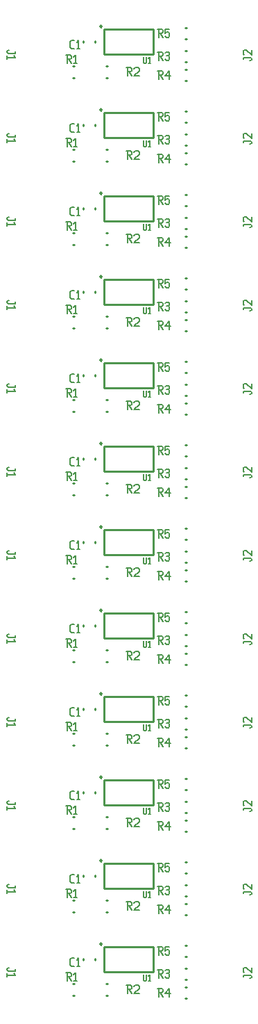
<source format=gbr>
G04 start of page 9 for group -4079 idx -4079 *
G04 Title: (unknown), topsilk *
G04 Creator: pcb 20140316 *
G04 CreationDate: Sun 30 Dec 2018 07:28:16 PM GMT UTC *
G04 For: railfan *
G04 Format: Gerber/RS-274X *
G04 PCB-Dimensions (mil): 1435.00 4900.00 *
G04 PCB-Coordinate-Origin: lower left *
%MOIN*%
%FSLAX25Y25*%
%LNTOPSILK*%
%ADD41C,0.0080*%
%ADD40C,0.0100*%
G54D40*X59689Y396906D02*X83311D01*
Y385094D01*
X59689D01*
Y396906D01*
X57689Y398406D02*G75*G03X57689Y398406I500J0D01*G01*
X49745Y391393D02*Y390607D01*
X55255Y391393D02*Y390607D01*
X60607Y379255D02*X61393D01*
X60607Y373745D02*X61393D01*
X44607Y379255D02*X45393D01*
X44607Y373745D02*X45393D01*
X59689Y356906D02*X83311D01*
Y345094D01*
X59689D01*
Y356906D01*
X57689Y358406D02*G75*G03X57689Y358406I500J0D01*G01*
X49745Y351393D02*Y350607D01*
X55255Y351393D02*Y350607D01*
X44607Y339255D02*X45393D01*
X44607Y333745D02*X45393D01*
X98607Y357755D02*X99393D01*
X98607Y352245D02*X99393D01*
X98607Y346755D02*X99393D01*
X98607Y341245D02*X99393D01*
X98607Y337755D02*X99393D01*
X98607Y332245D02*X99393D01*
X98607Y317755D02*X99393D01*
X98607Y312245D02*X99393D01*
X98607Y306755D02*X99393D01*
X98607Y301245D02*X99393D01*
X98607Y297755D02*X99393D01*
X98607Y292245D02*X99393D01*
X60607Y339255D02*X61393D01*
X60607Y333745D02*X61393D01*
X59689Y316906D02*X83311D01*
Y305094D01*
X59689D01*
Y316906D01*
X57689Y318406D02*G75*G03X57689Y318406I500J0D01*G01*
X49745Y311393D02*Y310607D01*
X55255Y311393D02*Y310607D01*
X60607Y299255D02*X61393D01*
X60607Y293745D02*X61393D01*
X44607Y299255D02*X45393D01*
X44607Y293745D02*X45393D01*
X59689Y276906D02*X83311D01*
Y265094D01*
X59689D01*
Y276906D01*
X57689Y278406D02*G75*G03X57689Y278406I500J0D01*G01*
X49745Y271393D02*Y270607D01*
X55255Y271393D02*Y270607D01*
X60607Y259255D02*X61393D01*
X60607Y253745D02*X61393D01*
X44607Y259255D02*X45393D01*
X44607Y253745D02*X45393D01*
X59689Y236906D02*X83311D01*
Y225094D01*
X59689D01*
Y236906D01*
X57689Y238406D02*G75*G03X57689Y238406I500J0D01*G01*
X49745Y231393D02*Y230607D01*
X55255Y231393D02*Y230607D01*
X60607Y219255D02*X61393D01*
X60607Y213745D02*X61393D01*
X44607Y139255D02*X45393D01*
X44607Y133745D02*X45393D01*
X59689Y156906D02*X83311D01*
Y145094D01*
X59689D01*
Y156906D01*
X57689Y158406D02*G75*G03X57689Y158406I500J0D01*G01*
X49745Y151393D02*Y150607D01*
X55255Y151393D02*Y150607D01*
X60607Y139255D02*X61393D01*
X60607Y133745D02*X61393D01*
X98607Y146755D02*X99393D01*
X98607Y141245D02*X99393D01*
X98607Y117755D02*X99393D01*
X98607Y112245D02*X99393D01*
X98607Y106755D02*X99393D01*
X98607Y101245D02*X99393D01*
X59689Y116906D02*X83311D01*
Y105094D01*
X59689D01*
Y116906D01*
X57689Y118406D02*G75*G03X57689Y118406I500J0D01*G01*
X59689Y76906D02*X83311D01*
Y65094D01*
X59689D01*
Y76906D01*
X57689Y78406D02*G75*G03X57689Y78406I500J0D01*G01*
X49745Y71393D02*Y70607D01*
X55255Y71393D02*Y70607D01*
X60607Y59255D02*X61393D01*
X60607Y53745D02*X61393D01*
X44607Y59255D02*X45393D01*
X44607Y53745D02*X45393D01*
X49745Y111393D02*Y110607D01*
X55255Y111393D02*Y110607D01*
X60607Y99255D02*X61393D01*
X60607Y93745D02*X61393D01*
X44607Y99255D02*X45393D01*
X44607Y93745D02*X45393D01*
X98607Y77755D02*X99393D01*
X98607Y72245D02*X99393D01*
X98607Y66755D02*X99393D01*
X98607Y61245D02*X99393D01*
X98607Y37755D02*X99393D01*
X98607Y32245D02*X99393D01*
X98607Y26755D02*X99393D01*
X98607Y21245D02*X99393D01*
X59689Y36906D02*X83311D01*
Y25094D01*
X59689D01*
Y36906D01*
X57689Y38406D02*G75*G03X57689Y38406I500J0D01*G01*
X49745Y31393D02*Y30607D01*
X55255Y31393D02*Y30607D01*
X60607Y19255D02*X61393D01*
X60607Y13745D02*X61393D01*
X44607Y19255D02*X45393D01*
X44607Y13745D02*X45393D01*
X98607Y477755D02*X99393D01*
X98607Y472245D02*X99393D01*
X98607Y466755D02*X99393D01*
X98607Y461245D02*X99393D01*
X98607Y457755D02*X99393D01*
X98607Y452245D02*X99393D01*
X98607Y437755D02*X99393D01*
X98607Y432245D02*X99393D01*
X59689Y476906D02*X83311D01*
Y465094D01*
X59689D01*
Y476906D01*
X57689Y478406D02*G75*G03X57689Y478406I500J0D01*G01*
X49745Y471393D02*Y470607D01*
X55255Y471393D02*Y470607D01*
X60607Y459255D02*X61393D01*
X60607Y453745D02*X61393D01*
X44607Y459255D02*X45393D01*
X44607Y453745D02*X45393D01*
X59689Y436906D02*X83311D01*
Y425094D01*
X59689D01*
Y436906D01*
X57689Y438406D02*G75*G03X57689Y438406I500J0D01*G01*
X49745Y431393D02*Y430607D01*
X55255Y431393D02*Y430607D01*
X60607Y419255D02*X61393D01*
X60607Y413745D02*X61393D01*
X44607Y419255D02*X45393D01*
X44607Y413745D02*X45393D01*
X98607Y426755D02*X99393D01*
X98607Y421245D02*X99393D01*
X98607Y417755D02*X99393D01*
X98607Y412245D02*X99393D01*
X98607Y397755D02*X99393D01*
X98607Y392245D02*X99393D01*
X98607Y386755D02*X99393D01*
X98607Y381245D02*X99393D01*
X98607Y377755D02*X99393D01*
X98607Y372245D02*X99393D01*
X98607Y277755D02*X99393D01*
X98607Y272245D02*X99393D01*
X98607Y266755D02*X99393D01*
X98607Y261245D02*X99393D01*
X98607Y257755D02*X99393D01*
X98607Y252245D02*X99393D01*
X98607Y237755D02*X99393D01*
X98607Y232245D02*X99393D01*
X98607Y226755D02*X99393D01*
X98607Y221245D02*X99393D01*
X98607Y217755D02*X99393D01*
X98607Y212245D02*X99393D01*
X44607Y219255D02*X45393D01*
X44607Y213745D02*X45393D01*
X59689Y196906D02*X83311D01*
Y185094D01*
X59689D01*
Y196906D01*
X57689Y198406D02*G75*G03X57689Y198406I500J0D01*G01*
X49745Y191393D02*Y190607D01*
X55255Y191393D02*Y190607D01*
X60607Y179255D02*X61393D01*
X60607Y173745D02*X61393D01*
X44607Y179255D02*X45393D01*
X44607Y173745D02*X45393D01*
X98607Y197755D02*X99393D01*
X98607Y192245D02*X99393D01*
X98607Y186755D02*X99393D01*
X98607Y181245D02*X99393D01*
X98607Y177755D02*X99393D01*
X98607Y172245D02*X99393D01*
X98607Y157755D02*X99393D01*
X98607Y152245D02*X99393D01*
X98607Y137755D02*X99393D01*
X98607Y132245D02*X99393D01*
X98607Y97755D02*X99393D01*
X98607Y92245D02*X99393D01*
X98607Y57755D02*X99393D01*
X98607Y52245D02*X99393D01*
X98607Y17755D02*X99393D01*
X98607Y12245D02*X99393D01*
G54D41*X17000Y426300D02*Y425500D01*
X13500D02*X17000D01*
X13000Y426000D02*X13500Y425500D01*
X13000Y426500D02*Y426000D01*
X13500Y427000D02*X13000Y426500D01*
X13500Y427000D02*X14000D01*
X16200Y424300D02*X17000Y423500D01*
X13000D02*X17000D01*
X13000Y424300D02*Y422800D01*
X44136Y427650D02*X45436D01*
X43436Y428350D02*X44136Y427650D01*
X43436Y430950D02*Y428350D01*
Y430950D02*X44136Y431650D01*
X45436D01*
X46636Y430850D02*X47436Y431650D01*
Y427650D01*
X46636D02*X48136D01*
X41436Y424650D02*X43436D01*
X43936Y424150D01*
Y423150D01*
X43436Y422650D02*X43936Y423150D01*
X41936Y422650D02*X43436D01*
X41936Y424650D02*Y420650D01*
X42736Y422650D02*X43936Y420650D01*
X45136Y423850D02*X45936Y424650D01*
Y420650D01*
X45136D02*X46636D01*
X17000Y386300D02*Y385500D01*
X13500D02*X17000D01*
X13000Y386000D02*X13500Y385500D01*
X13000Y386500D02*Y386000D01*
X13500Y387000D02*X13000Y386500D01*
X13500Y387000D02*X14000D01*
X16200Y384300D02*X17000Y383500D01*
X13000D02*X17000D01*
X13000Y384300D02*Y382800D01*
X44136Y387650D02*X45436D01*
X43436Y388350D02*X44136Y387650D01*
X43436Y390950D02*Y388350D01*
Y390950D02*X44136Y391650D01*
X45436D01*
X46636Y390850D02*X47436Y391650D01*
Y387650D01*
X46636D02*X48136D01*
X41436Y384650D02*X43436D01*
X43936Y384150D01*
Y383150D01*
X43436Y382650D02*X43936Y383150D01*
X41936Y382650D02*X43436D01*
X41936Y384650D02*Y380650D01*
X42736Y382650D02*X43936Y380650D01*
X45136Y383850D02*X45936Y384650D01*
Y380650D01*
X45136D02*X46636D01*
X85350Y397150D02*X87350D01*
X87850Y396650D01*
Y395650D01*
X87350Y395150D02*X87850Y395650D01*
X85850Y395150D02*X87350D01*
X85850Y397150D02*Y393150D01*
X86650Y395150D02*X87850Y393150D01*
X89050Y397150D02*X91050D01*
X89050D02*Y395150D01*
X89550Y395650D01*
X90550D01*
X91050Y395150D01*
Y393650D01*
X90550Y393150D02*X91050Y393650D01*
X89550Y393150D02*X90550D01*
X89050Y393650D02*X89550Y393150D01*
X78500Y383730D02*Y381035D01*
X78885Y380650D01*
X79655D01*
X80040Y381035D01*
Y383730D02*Y381035D01*
X80964Y383114D02*X81580Y383730D01*
Y380650D01*
X80964D02*X82119D01*
X70436Y378650D02*X72436D01*
X72936Y378150D01*
Y377150D01*
X72436Y376650D02*X72936Y377150D01*
X70936Y376650D02*X72436D01*
X70936Y378650D02*Y374650D01*
X71736Y376650D02*X72936Y374650D01*
X74136Y378150D02*X74636Y378650D01*
X76136D01*
X76636Y378150D01*
Y377150D01*
X74136Y374650D02*X76636Y377150D01*
X74136Y374650D02*X76636D01*
X85350Y386150D02*X87350D01*
X87850Y385650D01*
Y384650D01*
X87350Y384150D02*X87850Y384650D01*
X85850Y384150D02*X87350D01*
X85850Y386150D02*Y382150D01*
X86650Y384150D02*X87850Y382150D01*
X89050Y385650D02*X89550Y386150D01*
X90550D01*
X91050Y385650D01*
X90550Y382150D02*X91050Y382650D01*
X89550Y382150D02*X90550D01*
X89050Y382650D02*X89550Y382150D01*
Y384350D02*X90550D01*
X91050Y385650D02*Y384850D01*
Y383850D02*Y382650D01*
Y383850D02*X90550Y384350D01*
X91050Y384850D02*X90550Y384350D01*
X85350Y377150D02*X87350D01*
X87850Y376650D01*
Y375650D01*
X87350Y375150D02*X87850Y375650D01*
X85850Y375150D02*X87350D01*
X85850Y377150D02*Y373150D01*
X86650Y375150D02*X87850Y373150D01*
X89050Y374650D02*X91050Y377150D01*
X89050Y374650D02*X91550D01*
X91050Y377150D02*Y373150D01*
X85350Y357150D02*X87350D01*
X87850Y356650D01*
Y355650D01*
X87350Y355150D02*X87850Y355650D01*
X85850Y355150D02*X87350D01*
X85850Y357150D02*Y353150D01*
X86650Y355150D02*X87850Y353150D01*
X89050Y357150D02*X91050D01*
X89050D02*Y355150D01*
X89550Y355650D01*
X90550D01*
X91050Y355150D01*
Y353650D01*
X90550Y353150D02*X91050Y353650D01*
X89550Y353150D02*X90550D01*
X89050Y353650D02*X89550Y353150D01*
X85350Y346150D02*X87350D01*
X87850Y345650D01*
Y344650D01*
X87350Y344150D02*X87850Y344650D01*
X85850Y344150D02*X87350D01*
X85850Y346150D02*Y342150D01*
X86650Y344150D02*X87850Y342150D01*
X89050Y345650D02*X89550Y346150D01*
X90550D01*
X91050Y345650D01*
X90550Y342150D02*X91050Y342650D01*
X89550Y342150D02*X90550D01*
X89050Y342650D02*X89550Y342150D01*
Y344350D02*X90550D01*
X91050Y345650D02*Y344850D01*
Y343850D02*Y342650D01*
Y343850D02*X90550Y344350D01*
X91050Y344850D02*X90550Y344350D01*
X78500Y343730D02*Y341035D01*
X78885Y340650D01*
X79655D01*
X80040Y341035D01*
Y343730D02*Y341035D01*
X80964Y343114D02*X81580Y343730D01*
Y340650D01*
X80964D02*X82119D01*
X70436Y338650D02*X72436D01*
X72936Y338150D01*
Y337150D01*
X72436Y336650D02*X72936Y337150D01*
X70936Y336650D02*X72436D01*
X70936Y338650D02*Y334650D01*
X71736Y336650D02*X72936Y334650D01*
X74136Y338150D02*X74636Y338650D01*
X76136D01*
X76636Y338150D01*
Y337150D01*
X74136Y334650D02*X76636Y337150D01*
X74136Y334650D02*X76636D01*
X85350Y337150D02*X87350D01*
X87850Y336650D01*
Y335650D01*
X87350Y335150D02*X87850Y335650D01*
X85850Y335150D02*X87350D01*
X85850Y337150D02*Y333150D01*
X86650Y335150D02*X87850Y333150D01*
X89050Y334650D02*X91050Y337150D01*
X89050Y334650D02*X91550D01*
X91050Y337150D02*Y333150D01*
X85350Y457150D02*X87350D01*
X87850Y456650D01*
Y455650D01*
X87350Y455150D02*X87850Y455650D01*
X85850Y455150D02*X87350D01*
X85850Y457150D02*Y453150D01*
X86650Y455150D02*X87850Y453150D01*
X89050Y454650D02*X91050Y457150D01*
X89050Y454650D02*X91550D01*
X91050Y457150D02*Y453150D01*
X85350Y437150D02*X87350D01*
X87850Y436650D01*
Y435650D01*
X87350Y435150D02*X87850Y435650D01*
X85850Y435150D02*X87350D01*
X85850Y437150D02*Y433150D01*
X86650Y435150D02*X87850Y433150D01*
X89050Y437150D02*X91050D01*
X89050D02*Y435150D01*
X89550Y435650D01*
X90550D01*
X91050Y435150D01*
Y433650D01*
X90550Y433150D02*X91050Y433650D01*
X89550Y433150D02*X90550D01*
X89050Y433650D02*X89550Y433150D01*
X85350Y426150D02*X87350D01*
X87850Y425650D01*
Y424650D01*
X87350Y424150D02*X87850Y424650D01*
X85850Y424150D02*X87350D01*
X85850Y426150D02*Y422150D01*
X86650Y424150D02*X87850Y422150D01*
X89050Y425650D02*X89550Y426150D01*
X90550D01*
X91050Y425650D01*
X90550Y422150D02*X91050Y422650D01*
X89550Y422150D02*X90550D01*
X89050Y422650D02*X89550Y422150D01*
Y424350D02*X90550D01*
X91050Y425650D02*Y424850D01*
Y423850D02*Y422650D01*
Y423850D02*X90550Y424350D01*
X91050Y424850D02*X90550Y424350D01*
X85350Y417150D02*X87350D01*
X87850Y416650D01*
Y415650D01*
X87350Y415150D02*X87850Y415650D01*
X85850Y415150D02*X87350D01*
X85850Y417150D02*Y413150D01*
X86650Y415150D02*X87850Y413150D01*
X89050Y414650D02*X91050Y417150D01*
X89050Y414650D02*X91550D01*
X91050Y417150D02*Y413150D01*
X78500Y423730D02*Y421035D01*
X78885Y420650D01*
X79655D01*
X80040Y421035D01*
Y423730D02*Y421035D01*
X80964Y423114D02*X81580Y423730D01*
Y420650D01*
X80964D02*X82119D01*
X70436Y418650D02*X72436D01*
X72936Y418150D01*
Y417150D01*
X72436Y416650D02*X72936Y417150D01*
X70936Y416650D02*X72436D01*
X70936Y418650D02*Y414650D01*
X71736Y416650D02*X72936Y414650D01*
X74136Y418150D02*X74636Y418650D01*
X76136D01*
X76636Y418150D01*
Y417150D01*
X74136Y414650D02*X76636Y417150D01*
X74136Y414650D02*X76636D01*
X17000Y466300D02*Y465500D01*
X13500D02*X17000D01*
X13000Y466000D02*X13500Y465500D01*
X13000Y466500D02*Y466000D01*
X13500Y467000D02*X13000Y466500D01*
X13500Y467000D02*X14000D01*
X16200Y464300D02*X17000Y463500D01*
X13000D02*X17000D01*
X13000Y464300D02*Y462800D01*
X44136Y467650D02*X45436D01*
X43436Y468350D02*X44136Y467650D01*
X43436Y470950D02*Y468350D01*
Y470950D02*X44136Y471650D01*
X45436D01*
X46636Y470850D02*X47436Y471650D01*
Y467650D01*
X46636D02*X48136D01*
X41436Y464650D02*X43436D01*
X43936Y464150D01*
Y463150D01*
X43436Y462650D02*X43936Y463150D01*
X41936Y462650D02*X43436D01*
X41936Y464650D02*Y460650D01*
X42736Y462650D02*X43936Y460650D01*
X45136Y463850D02*X45936Y464650D01*
Y460650D01*
X45136D02*X46636D01*
X126500Y463500D02*Y462700D01*
Y463500D02*X130000D01*
X130500Y463000D02*X130000Y463500D01*
X130500Y463000D02*Y462500D01*
X130000Y462000D02*X130500Y462500D01*
X129500Y462000D02*X130000D01*
X127000Y464700D02*X126500Y465200D01*
Y466700D02*Y465200D01*
Y466700D02*X127000Y467200D01*
X128000D01*
X130500Y464700D02*X128000Y467200D01*
X130500D02*Y464700D01*
X85350Y477150D02*X87350D01*
X87850Y476650D01*
Y475650D01*
X87350Y475150D02*X87850Y475650D01*
X85850Y475150D02*X87350D01*
X85850Y477150D02*Y473150D01*
X86650Y475150D02*X87850Y473150D01*
X89050Y477150D02*X91050D01*
X89050D02*Y475150D01*
X89550Y475650D01*
X90550D01*
X91050Y475150D01*
Y473650D01*
X90550Y473150D02*X91050Y473650D01*
X89550Y473150D02*X90550D01*
X89050Y473650D02*X89550Y473150D01*
X78500Y463730D02*Y461035D01*
X78885Y460650D01*
X79655D01*
X80040Y461035D01*
Y463730D02*Y461035D01*
X80964Y463114D02*X81580Y463730D01*
Y460650D01*
X80964D02*X82119D01*
X70436Y458650D02*X72436D01*
X72936Y458150D01*
Y457150D01*
X72436Y456650D02*X72936Y457150D01*
X70936Y456650D02*X72436D01*
X70936Y458650D02*Y454650D01*
X71736Y456650D02*X72936Y454650D01*
X74136Y458150D02*X74636Y458650D01*
X76136D01*
X76636Y458150D01*
Y457150D01*
X74136Y454650D02*X76636Y457150D01*
X74136Y454650D02*X76636D01*
X85350Y466150D02*X87350D01*
X87850Y465650D01*
Y464650D01*
X87350Y464150D02*X87850Y464650D01*
X85850Y464150D02*X87350D01*
X85850Y466150D02*Y462150D01*
X86650Y464150D02*X87850Y462150D01*
X89050Y465650D02*X89550Y466150D01*
X90550D01*
X91050Y465650D01*
X90550Y462150D02*X91050Y462650D01*
X89550Y462150D02*X90550D01*
X89050Y462650D02*X89550Y462150D01*
Y464350D02*X90550D01*
X91050Y465650D02*Y464850D01*
Y463850D02*Y462650D01*
Y463850D02*X90550Y464350D01*
X91050Y464850D02*X90550Y464350D01*
X126500Y423500D02*Y422700D01*
Y423500D02*X130000D01*
X130500Y423000D02*X130000Y423500D01*
X130500Y423000D02*Y422500D01*
X130000Y422000D02*X130500Y422500D01*
X129500Y422000D02*X130000D01*
X127000Y424700D02*X126500Y425200D01*
Y426700D02*Y425200D01*
Y426700D02*X127000Y427200D01*
X128000D01*
X130500Y424700D02*X128000Y427200D01*
X130500D02*Y424700D01*
X126500Y383500D02*Y382700D01*
Y383500D02*X130000D01*
X130500Y383000D02*X130000Y383500D01*
X130500Y383000D02*Y382500D01*
X130000Y382000D02*X130500Y382500D01*
X129500Y382000D02*X130000D01*
X127000Y384700D02*X126500Y385200D01*
Y386700D02*Y385200D01*
Y386700D02*X127000Y387200D01*
X128000D01*
X130500Y384700D02*X128000Y387200D01*
X130500D02*Y384700D01*
X126500Y343500D02*Y342700D01*
Y343500D02*X130000D01*
X130500Y343000D02*X130000Y343500D01*
X130500Y343000D02*Y342500D01*
X130000Y342000D02*X130500Y342500D01*
X129500Y342000D02*X130000D01*
X127000Y344700D02*X126500Y345200D01*
Y346700D02*Y345200D01*
Y346700D02*X127000Y347200D01*
X128000D01*
X130500Y344700D02*X128000Y347200D01*
X130500D02*Y344700D01*
X126500Y303500D02*Y302700D01*
Y303500D02*X130000D01*
X130500Y303000D02*X130000Y303500D01*
X130500Y303000D02*Y302500D01*
X130000Y302000D02*X130500Y302500D01*
X129500Y302000D02*X130000D01*
X127000Y304700D02*X126500Y305200D01*
Y306700D02*Y305200D01*
Y306700D02*X127000Y307200D01*
X128000D01*
X130500Y304700D02*X128000Y307200D01*
X130500D02*Y304700D01*
X126500Y263500D02*Y262700D01*
Y263500D02*X130000D01*
X130500Y263000D02*X130000Y263500D01*
X130500Y263000D02*Y262500D01*
X130000Y262000D02*X130500Y262500D01*
X129500Y262000D02*X130000D01*
X127000Y264700D02*X126500Y265200D01*
Y266700D02*Y265200D01*
Y266700D02*X127000Y267200D01*
X128000D01*
X130500Y264700D02*X128000Y267200D01*
X130500D02*Y264700D01*
X126500Y223500D02*Y222700D01*
Y223500D02*X130000D01*
X130500Y223000D02*X130000Y223500D01*
X130500Y223000D02*Y222500D01*
X130000Y222000D02*X130500Y222500D01*
X129500Y222000D02*X130000D01*
X127000Y224700D02*X126500Y225200D01*
Y226700D02*Y225200D01*
Y226700D02*X127000Y227200D01*
X128000D01*
X130500Y224700D02*X128000Y227200D01*
X130500D02*Y224700D01*
X126500Y183500D02*Y182700D01*
Y183500D02*X130000D01*
X130500Y183000D02*X130000Y183500D01*
X130500Y183000D02*Y182500D01*
X130000Y182000D02*X130500Y182500D01*
X129500Y182000D02*X130000D01*
X127000Y184700D02*X126500Y185200D01*
Y186700D02*Y185200D01*
Y186700D02*X127000Y187200D01*
X128000D01*
X130500Y184700D02*X128000Y187200D01*
X130500D02*Y184700D01*
X126500Y143500D02*Y142700D01*
Y143500D02*X130000D01*
X130500Y143000D02*X130000Y143500D01*
X130500Y143000D02*Y142500D01*
X130000Y142000D02*X130500Y142500D01*
X129500Y142000D02*X130000D01*
X127000Y144700D02*X126500Y145200D01*
Y146700D02*Y145200D01*
Y146700D02*X127000Y147200D01*
X128000D01*
X130500Y144700D02*X128000Y147200D01*
X130500D02*Y144700D01*
X126500Y103500D02*Y102700D01*
Y103500D02*X130000D01*
X130500Y103000D02*X130000Y103500D01*
X130500Y103000D02*Y102500D01*
X130000Y102000D02*X130500Y102500D01*
X129500Y102000D02*X130000D01*
X127000Y104700D02*X126500Y105200D01*
Y106700D02*Y105200D01*
Y106700D02*X127000Y107200D01*
X128000D01*
X130500Y104700D02*X128000Y107200D01*
X130500D02*Y104700D01*
X126500Y63500D02*Y62700D01*
Y63500D02*X130000D01*
X130500Y63000D02*X130000Y63500D01*
X130500Y63000D02*Y62500D01*
X130000Y62000D02*X130500Y62500D01*
X129500Y62000D02*X130000D01*
X127000Y64700D02*X126500Y65200D01*
Y66700D02*Y65200D01*
Y66700D02*X127000Y67200D01*
X128000D01*
X130500Y64700D02*X128000Y67200D01*
X130500D02*Y64700D01*
X126500Y23500D02*Y22700D01*
Y23500D02*X130000D01*
X130500Y23000D02*X130000Y23500D01*
X130500Y23000D02*Y22500D01*
X130000Y22000D02*X130500Y22500D01*
X129500Y22000D02*X130000D01*
X127000Y24700D02*X126500Y25200D01*
Y26700D02*Y25200D01*
Y26700D02*X127000Y27200D01*
X128000D01*
X130500Y24700D02*X128000Y27200D01*
X130500D02*Y24700D01*
X85350Y317150D02*X87350D01*
X87850Y316650D01*
Y315650D01*
X87350Y315150D02*X87850Y315650D01*
X85850Y315150D02*X87350D01*
X85850Y317150D02*Y313150D01*
X86650Y315150D02*X87850Y313150D01*
X89050Y317150D02*X91050D01*
X89050D02*Y315150D01*
X89550Y315650D01*
X90550D01*
X91050Y315150D01*
Y313650D01*
X90550Y313150D02*X91050Y313650D01*
X89550Y313150D02*X90550D01*
X89050Y313650D02*X89550Y313150D01*
X78500Y303730D02*Y301035D01*
X78885Y300650D01*
X79655D01*
X80040Y301035D01*
Y303730D02*Y301035D01*
X80964Y303114D02*X81580Y303730D01*
Y300650D01*
X80964D02*X82119D01*
X70436Y298650D02*X72436D01*
X72936Y298150D01*
Y297150D01*
X72436Y296650D02*X72936Y297150D01*
X70936Y296650D02*X72436D01*
X70936Y298650D02*Y294650D01*
X71736Y296650D02*X72936Y294650D01*
X74136Y298150D02*X74636Y298650D01*
X76136D01*
X76636Y298150D01*
Y297150D01*
X74136Y294650D02*X76636Y297150D01*
X74136Y294650D02*X76636D01*
X85350Y306150D02*X87350D01*
X87850Y305650D01*
Y304650D01*
X87350Y304150D02*X87850Y304650D01*
X85850Y304150D02*X87350D01*
X85850Y306150D02*Y302150D01*
X86650Y304150D02*X87850Y302150D01*
X89050Y305650D02*X89550Y306150D01*
X90550D01*
X91050Y305650D01*
X90550Y302150D02*X91050Y302650D01*
X89550Y302150D02*X90550D01*
X89050Y302650D02*X89550Y302150D01*
Y304350D02*X90550D01*
X91050Y305650D02*Y304850D01*
Y303850D02*Y302650D01*
Y303850D02*X90550Y304350D01*
X91050Y304850D02*X90550Y304350D01*
X85350Y297150D02*X87350D01*
X87850Y296650D01*
Y295650D01*
X87350Y295150D02*X87850Y295650D01*
X85850Y295150D02*X87350D01*
X85850Y297150D02*Y293150D01*
X86650Y295150D02*X87850Y293150D01*
X89050Y294650D02*X91050Y297150D01*
X89050Y294650D02*X91550D01*
X91050Y297150D02*Y293150D01*
X17000Y346300D02*Y345500D01*
X13500D02*X17000D01*
X13000Y346000D02*X13500Y345500D01*
X13000Y346500D02*Y346000D01*
X13500Y347000D02*X13000Y346500D01*
X13500Y347000D02*X14000D01*
X16200Y344300D02*X17000Y343500D01*
X13000D02*X17000D01*
X13000Y344300D02*Y342800D01*
X44136Y347650D02*X45436D01*
X43436Y348350D02*X44136Y347650D01*
X43436Y350950D02*Y348350D01*
Y350950D02*X44136Y351650D01*
X45436D01*
X46636Y350850D02*X47436Y351650D01*
Y347650D01*
X46636D02*X48136D01*
X44136Y307650D02*X45436D01*
X43436Y308350D02*X44136Y307650D01*
X43436Y310950D02*Y308350D01*
Y310950D02*X44136Y311650D01*
X45436D01*
X46636Y310850D02*X47436Y311650D01*
Y307650D01*
X46636D02*X48136D01*
X41436Y304650D02*X43436D01*
X43936Y304150D01*
Y303150D01*
X43436Y302650D02*X43936Y303150D01*
X41936Y302650D02*X43436D01*
X41936Y304650D02*Y300650D01*
X42736Y302650D02*X43936Y300650D01*
X45136Y303850D02*X45936Y304650D01*
Y300650D01*
X45136D02*X46636D01*
X41436Y344650D02*X43436D01*
X43936Y344150D01*
Y343150D01*
X43436Y342650D02*X43936Y343150D01*
X41936Y342650D02*X43436D01*
X41936Y344650D02*Y340650D01*
X42736Y342650D02*X43936Y340650D01*
X45136Y343850D02*X45936Y344650D01*
Y340650D01*
X45136D02*X46636D01*
X17000Y106300D02*Y105500D01*
X13500D02*X17000D01*
X13000Y106000D02*X13500Y105500D01*
X13000Y106500D02*Y106000D01*
X13500Y107000D02*X13000Y106500D01*
X13500Y107000D02*X14000D01*
X16200Y104300D02*X17000Y103500D01*
X13000D02*X17000D01*
X13000Y104300D02*Y102800D01*
X17000Y66300D02*Y65500D01*
X13500D02*X17000D01*
X13000Y66000D02*X13500Y65500D01*
X13000Y66500D02*Y66000D01*
X13500Y67000D02*X13000Y66500D01*
X13500Y67000D02*X14000D01*
X16200Y64300D02*X17000Y63500D01*
X13000D02*X17000D01*
X13000Y64300D02*Y62800D01*
X17000Y26300D02*Y25500D01*
X13500D02*X17000D01*
X13000Y26000D02*X13500Y25500D01*
X13000Y26500D02*Y26000D01*
X13500Y27000D02*X13000Y26500D01*
X13500Y27000D02*X14000D01*
X16200Y24300D02*X17000Y23500D01*
X13000D02*X17000D01*
X13000Y24300D02*Y22800D01*
X44136Y107650D02*X45436D01*
X43436Y108350D02*X44136Y107650D01*
X43436Y110950D02*Y108350D01*
Y110950D02*X44136Y111650D01*
X45436D01*
X46636Y110850D02*X47436Y111650D01*
Y107650D01*
X46636D02*X48136D01*
X44136Y67650D02*X45436D01*
X43436Y68350D02*X44136Y67650D01*
X43436Y70950D02*Y68350D01*
Y70950D02*X44136Y71650D01*
X45436D01*
X46636Y70850D02*X47436Y71650D01*
Y67650D01*
X46636D02*X48136D01*
X41436Y64650D02*X43436D01*
X43936Y64150D01*
Y63150D01*
X43436Y62650D02*X43936Y63150D01*
X41936Y62650D02*X43436D01*
X41936Y64650D02*Y60650D01*
X42736Y62650D02*X43936Y60650D01*
X45136Y63850D02*X45936Y64650D01*
Y60650D01*
X45136D02*X46636D01*
X44136Y27650D02*X45436D01*
X43436Y28350D02*X44136Y27650D01*
X43436Y30950D02*Y28350D01*
Y30950D02*X44136Y31650D01*
X45436D01*
X46636Y30850D02*X47436Y31650D01*
Y27650D01*
X46636D02*X48136D01*
X41436Y24650D02*X43436D01*
X43936Y24150D01*
Y23150D01*
X43436Y22650D02*X43936Y23150D01*
X41936Y22650D02*X43436D01*
X41936Y24650D02*Y20650D01*
X42736Y22650D02*X43936Y20650D01*
X45136Y23850D02*X45936Y24650D01*
Y20650D01*
X45136D02*X46636D01*
X41436Y104650D02*X43436D01*
X43936Y104150D01*
Y103150D01*
X43436Y102650D02*X43936Y103150D01*
X41936Y102650D02*X43436D01*
X41936Y104650D02*Y100650D01*
X42736Y102650D02*X43936Y100650D01*
X45136Y103850D02*X45936Y104650D01*
Y100650D01*
X45136D02*X46636D01*
X85350Y277150D02*X87350D01*
X87850Y276650D01*
Y275650D01*
X87350Y275150D02*X87850Y275650D01*
X85850Y275150D02*X87350D01*
X85850Y277150D02*Y273150D01*
X86650Y275150D02*X87850Y273150D01*
X89050Y277150D02*X91050D01*
X89050D02*Y275150D01*
X89550Y275650D01*
X90550D01*
X91050Y275150D01*
Y273650D01*
X90550Y273150D02*X91050Y273650D01*
X89550Y273150D02*X90550D01*
X89050Y273650D02*X89550Y273150D01*
X78500Y263730D02*Y261035D01*
X78885Y260650D01*
X79655D01*
X80040Y261035D01*
Y263730D02*Y261035D01*
X80964Y263114D02*X81580Y263730D01*
Y260650D01*
X80964D02*X82119D01*
X70436Y258650D02*X72436D01*
X72936Y258150D01*
Y257150D01*
X72436Y256650D02*X72936Y257150D01*
X70936Y256650D02*X72436D01*
X70936Y258650D02*Y254650D01*
X71736Y256650D02*X72936Y254650D01*
X74136Y258150D02*X74636Y258650D01*
X76136D01*
X76636Y258150D01*
Y257150D01*
X74136Y254650D02*X76636Y257150D01*
X74136Y254650D02*X76636D01*
X85350Y266150D02*X87350D01*
X87850Y265650D01*
Y264650D01*
X87350Y264150D02*X87850Y264650D01*
X85850Y264150D02*X87350D01*
X85850Y266150D02*Y262150D01*
X86650Y264150D02*X87850Y262150D01*
X89050Y265650D02*X89550Y266150D01*
X90550D01*
X91050Y265650D01*
X90550Y262150D02*X91050Y262650D01*
X89550Y262150D02*X90550D01*
X89050Y262650D02*X89550Y262150D01*
Y264350D02*X90550D01*
X91050Y265650D02*Y264850D01*
Y263850D02*Y262650D01*
Y263850D02*X90550Y264350D01*
X91050Y264850D02*X90550Y264350D01*
X85350Y257150D02*X87350D01*
X87850Y256650D01*
Y255650D01*
X87350Y255150D02*X87850Y255650D01*
X85850Y255150D02*X87350D01*
X85850Y257150D02*Y253150D01*
X86650Y255150D02*X87850Y253150D01*
X89050Y254650D02*X91050Y257150D01*
X89050Y254650D02*X91550D01*
X91050Y257150D02*Y253150D01*
X85350Y117150D02*X87350D01*
X87850Y116650D01*
Y115650D01*
X87350Y115150D02*X87850Y115650D01*
X85850Y115150D02*X87350D01*
X85850Y117150D02*Y113150D01*
X86650Y115150D02*X87850Y113150D01*
X89050Y117150D02*X91050D01*
X89050D02*Y115150D01*
X89550Y115650D01*
X90550D01*
X91050Y115150D01*
Y113650D01*
X90550Y113150D02*X91050Y113650D01*
X89550Y113150D02*X90550D01*
X89050Y113650D02*X89550Y113150D01*
X78500Y103730D02*Y101035D01*
X78885Y100650D01*
X79655D01*
X80040Y101035D01*
Y103730D02*Y101035D01*
X80964Y103114D02*X81580Y103730D01*
Y100650D01*
X80964D02*X82119D01*
X85350Y106150D02*X87350D01*
X87850Y105650D01*
Y104650D01*
X87350Y104150D02*X87850Y104650D01*
X85850Y104150D02*X87350D01*
X85850Y106150D02*Y102150D01*
X86650Y104150D02*X87850Y102150D01*
X89050Y105650D02*X89550Y106150D01*
X90550D01*
X91050Y105650D01*
X90550Y102150D02*X91050Y102650D01*
X89550Y102150D02*X90550D01*
X89050Y102650D02*X89550Y102150D01*
Y104350D02*X90550D01*
X91050Y105650D02*Y104850D01*
Y103850D02*Y102650D01*
Y103850D02*X90550Y104350D01*
X91050Y104850D02*X90550Y104350D01*
X85350Y97150D02*X87350D01*
X87850Y96650D01*
Y95650D01*
X87350Y95150D02*X87850Y95650D01*
X85850Y95150D02*X87350D01*
X85850Y97150D02*Y93150D01*
X86650Y95150D02*X87850Y93150D01*
X89050Y94650D02*X91050Y97150D01*
X89050Y94650D02*X91550D01*
X91050Y97150D02*Y93150D01*
X70436Y98650D02*X72436D01*
X72936Y98150D01*
Y97150D01*
X72436Y96650D02*X72936Y97150D01*
X70936Y96650D02*X72436D01*
X70936Y98650D02*Y94650D01*
X71736Y96650D02*X72936Y94650D01*
X74136Y98150D02*X74636Y98650D01*
X76136D01*
X76636Y98150D01*
Y97150D01*
X74136Y94650D02*X76636Y97150D01*
X74136Y94650D02*X76636D01*
X85350Y77150D02*X87350D01*
X87850Y76650D01*
Y75650D01*
X87350Y75150D02*X87850Y75650D01*
X85850Y75150D02*X87350D01*
X85850Y77150D02*Y73150D01*
X86650Y75150D02*X87850Y73150D01*
X89050Y77150D02*X91050D01*
X89050D02*Y75150D01*
X89550Y75650D01*
X90550D01*
X91050Y75150D01*
Y73650D01*
X90550Y73150D02*X91050Y73650D01*
X89550Y73150D02*X90550D01*
X89050Y73650D02*X89550Y73150D01*
X78500Y63730D02*Y61035D01*
X78885Y60650D01*
X79655D01*
X80040Y61035D01*
Y63730D02*Y61035D01*
X80964Y63114D02*X81580Y63730D01*
Y60650D01*
X80964D02*X82119D01*
X85350Y66150D02*X87350D01*
X87850Y65650D01*
Y64650D01*
X87350Y64150D02*X87850Y64650D01*
X85850Y64150D02*X87350D01*
X85850Y66150D02*Y62150D01*
X86650Y64150D02*X87850Y62150D01*
X89050Y65650D02*X89550Y66150D01*
X90550D01*
X91050Y65650D01*
X90550Y62150D02*X91050Y62650D01*
X89550Y62150D02*X90550D01*
X89050Y62650D02*X89550Y62150D01*
Y64350D02*X90550D01*
X91050Y65650D02*Y64850D01*
Y63850D02*Y62650D01*
Y63850D02*X90550Y64350D01*
X91050Y64850D02*X90550Y64350D01*
X70436Y58650D02*X72436D01*
X72936Y58150D01*
Y57150D01*
X72436Y56650D02*X72936Y57150D01*
X70936Y56650D02*X72436D01*
X70936Y58650D02*Y54650D01*
X71736Y56650D02*X72936Y54650D01*
X74136Y58150D02*X74636Y58650D01*
X76136D01*
X76636Y58150D01*
Y57150D01*
X74136Y54650D02*X76636Y57150D01*
X74136Y54650D02*X76636D01*
X70436Y18650D02*X72436D01*
X72936Y18150D01*
Y17150D01*
X72436Y16650D02*X72936Y17150D01*
X70936Y16650D02*X72436D01*
X70936Y18650D02*Y14650D01*
X71736Y16650D02*X72936Y14650D01*
X74136Y18150D02*X74636Y18650D01*
X76136D01*
X76636Y18150D01*
Y17150D01*
X74136Y14650D02*X76636Y17150D01*
X74136Y14650D02*X76636D01*
X85350Y57150D02*X87350D01*
X87850Y56650D01*
Y55650D01*
X87350Y55150D02*X87850Y55650D01*
X85850Y55150D02*X87350D01*
X85850Y57150D02*Y53150D01*
X86650Y55150D02*X87850Y53150D01*
X89050Y54650D02*X91050Y57150D01*
X89050Y54650D02*X91550D01*
X91050Y57150D02*Y53150D01*
X85350Y37150D02*X87350D01*
X87850Y36650D01*
Y35650D01*
X87350Y35150D02*X87850Y35650D01*
X85850Y35150D02*X87350D01*
X85850Y37150D02*Y33150D01*
X86650Y35150D02*X87850Y33150D01*
X89050Y37150D02*X91050D01*
X89050D02*Y35150D01*
X89550Y35650D01*
X90550D01*
X91050Y35150D01*
Y33650D01*
X90550Y33150D02*X91050Y33650D01*
X89550Y33150D02*X90550D01*
X89050Y33650D02*X89550Y33150D01*
X78500Y23730D02*Y21035D01*
X78885Y20650D01*
X79655D01*
X80040Y21035D01*
Y23730D02*Y21035D01*
X80964Y23114D02*X81580Y23730D01*
Y20650D01*
X80964D02*X82119D01*
X85350Y26150D02*X87350D01*
X87850Y25650D01*
Y24650D01*
X87350Y24150D02*X87850Y24650D01*
X85850Y24150D02*X87350D01*
X85850Y26150D02*Y22150D01*
X86650Y24150D02*X87850Y22150D01*
X89050Y25650D02*X89550Y26150D01*
X90550D01*
X91050Y25650D01*
X90550Y22150D02*X91050Y22650D01*
X89550Y22150D02*X90550D01*
X89050Y22650D02*X89550Y22150D01*
Y24350D02*X90550D01*
X91050Y25650D02*Y24850D01*
Y23850D02*Y22650D01*
Y23850D02*X90550Y24350D01*
X91050Y24850D02*X90550Y24350D01*
X85350Y17150D02*X87350D01*
X87850Y16650D01*
Y15650D01*
X87350Y15150D02*X87850Y15650D01*
X85850Y15150D02*X87350D01*
X85850Y17150D02*Y13150D01*
X86650Y15150D02*X87850Y13150D01*
X89050Y14650D02*X91050Y17150D01*
X89050Y14650D02*X91550D01*
X91050Y17150D02*Y13150D01*
X85350Y237150D02*X87350D01*
X87850Y236650D01*
Y235650D01*
X87350Y235150D02*X87850Y235650D01*
X85850Y235150D02*X87350D01*
X85850Y237150D02*Y233150D01*
X86650Y235150D02*X87850Y233150D01*
X89050Y237150D02*X91050D01*
X89050D02*Y235150D01*
X89550Y235650D01*
X90550D01*
X91050Y235150D01*
Y233650D01*
X90550Y233150D02*X91050Y233650D01*
X89550Y233150D02*X90550D01*
X89050Y233650D02*X89550Y233150D01*
X78500Y223730D02*Y221035D01*
X78885Y220650D01*
X79655D01*
X80040Y221035D01*
Y223730D02*Y221035D01*
X80964Y223114D02*X81580Y223730D01*
Y220650D01*
X80964D02*X82119D01*
X70436Y218650D02*X72436D01*
X72936Y218150D01*
Y217150D01*
X72436Y216650D02*X72936Y217150D01*
X70936Y216650D02*X72436D01*
X70936Y218650D02*Y214650D01*
X71736Y216650D02*X72936Y214650D01*
X74136Y218150D02*X74636Y218650D01*
X76136D01*
X76636Y218150D01*
Y217150D01*
X74136Y214650D02*X76636Y217150D01*
X74136Y214650D02*X76636D01*
X85350Y226150D02*X87350D01*
X87850Y225650D01*
Y224650D01*
X87350Y224150D02*X87850Y224650D01*
X85850Y224150D02*X87350D01*
X85850Y226150D02*Y222150D01*
X86650Y224150D02*X87850Y222150D01*
X89050Y225650D02*X89550Y226150D01*
X90550D01*
X91050Y225650D01*
X90550Y222150D02*X91050Y222650D01*
X89550Y222150D02*X90550D01*
X89050Y222650D02*X89550Y222150D01*
Y224350D02*X90550D01*
X91050Y225650D02*Y224850D01*
Y223850D02*Y222650D01*
Y223850D02*X90550Y224350D01*
X91050Y224850D02*X90550Y224350D01*
X85350Y217150D02*X87350D01*
X87850Y216650D01*
Y215650D01*
X87350Y215150D02*X87850Y215650D01*
X85850Y215150D02*X87350D01*
X85850Y217150D02*Y213150D01*
X86650Y215150D02*X87850Y213150D01*
X89050Y214650D02*X91050Y217150D01*
X89050Y214650D02*X91550D01*
X91050Y217150D02*Y213150D01*
X17000Y306300D02*Y305500D01*
X13500D02*X17000D01*
X13000Y306000D02*X13500Y305500D01*
X13000Y306500D02*Y306000D01*
X13500Y307000D02*X13000Y306500D01*
X13500Y307000D02*X14000D01*
X16200Y304300D02*X17000Y303500D01*
X13000D02*X17000D01*
X13000Y304300D02*Y302800D01*
X17000Y266300D02*Y265500D01*
X13500D02*X17000D01*
X13000Y266000D02*X13500Y265500D01*
X13000Y266500D02*Y266000D01*
X13500Y267000D02*X13000Y266500D01*
X13500Y267000D02*X14000D01*
X16200Y264300D02*X17000Y263500D01*
X13000D02*X17000D01*
X13000Y264300D02*Y262800D01*
X17000Y226300D02*Y225500D01*
X13500D02*X17000D01*
X13000Y226000D02*X13500Y225500D01*
X13000Y226500D02*Y226000D01*
X13500Y227000D02*X13000Y226500D01*
X13500Y227000D02*X14000D01*
X16200Y224300D02*X17000Y223500D01*
X13000D02*X17000D01*
X13000Y224300D02*Y222800D01*
X44136Y267650D02*X45436D01*
X43436Y268350D02*X44136Y267650D01*
X43436Y270950D02*Y268350D01*
Y270950D02*X44136Y271650D01*
X45436D01*
X46636Y270850D02*X47436Y271650D01*
Y267650D01*
X46636D02*X48136D01*
X41436Y264650D02*X43436D01*
X43936Y264150D01*
Y263150D01*
X43436Y262650D02*X43936Y263150D01*
X41936Y262650D02*X43436D01*
X41936Y264650D02*Y260650D01*
X42736Y262650D02*X43936Y260650D01*
X45136Y263850D02*X45936Y264650D01*
Y260650D01*
X45136D02*X46636D01*
X44136Y227650D02*X45436D01*
X43436Y228350D02*X44136Y227650D01*
X43436Y230950D02*Y228350D01*
Y230950D02*X44136Y231650D01*
X45436D01*
X46636Y230850D02*X47436Y231650D01*
Y227650D01*
X46636D02*X48136D01*
X41436Y224650D02*X43436D01*
X43936Y224150D01*
Y223150D01*
X43436Y222650D02*X43936Y223150D01*
X41936Y222650D02*X43436D01*
X41936Y224650D02*Y220650D01*
X42736Y222650D02*X43936Y220650D01*
X45136Y223850D02*X45936Y224650D01*
Y220650D01*
X45136D02*X46636D01*
X17000Y186300D02*Y185500D01*
X13500D02*X17000D01*
X13000Y186000D02*X13500Y185500D01*
X13000Y186500D02*Y186000D01*
X13500Y187000D02*X13000Y186500D01*
X13500Y187000D02*X14000D01*
X16200Y184300D02*X17000Y183500D01*
X13000D02*X17000D01*
X13000Y184300D02*Y182800D01*
X17000Y146300D02*Y145500D01*
X13500D02*X17000D01*
X13000Y146000D02*X13500Y145500D01*
X13000Y146500D02*Y146000D01*
X13500Y147000D02*X13000Y146500D01*
X13500Y147000D02*X14000D01*
X16200Y144300D02*X17000Y143500D01*
X13000D02*X17000D01*
X13000Y144300D02*Y142800D01*
X44136Y187650D02*X45436D01*
X43436Y188350D02*X44136Y187650D01*
X43436Y190950D02*Y188350D01*
Y190950D02*X44136Y191650D01*
X45436D01*
X46636Y190850D02*X47436Y191650D01*
Y187650D01*
X46636D02*X48136D01*
X41436Y184650D02*X43436D01*
X43936Y184150D01*
Y183150D01*
X43436Y182650D02*X43936Y183150D01*
X41936Y182650D02*X43436D01*
X41936Y184650D02*Y180650D01*
X42736Y182650D02*X43936Y180650D01*
X45136Y183850D02*X45936Y184650D01*
Y180650D01*
X45136D02*X46636D01*
X44136Y147650D02*X45436D01*
X43436Y148350D02*X44136Y147650D01*
X43436Y150950D02*Y148350D01*
Y150950D02*X44136Y151650D01*
X45436D01*
X46636Y150850D02*X47436Y151650D01*
Y147650D01*
X46636D02*X48136D01*
X41436Y144650D02*X43436D01*
X43936Y144150D01*
Y143150D01*
X43436Y142650D02*X43936Y143150D01*
X41936Y142650D02*X43436D01*
X41936Y144650D02*Y140650D01*
X42736Y142650D02*X43936Y140650D01*
X45136Y143850D02*X45936Y144650D01*
Y140650D01*
X45136D02*X46636D01*
X85350Y197150D02*X87350D01*
X87850Y196650D01*
Y195650D01*
X87350Y195150D02*X87850Y195650D01*
X85850Y195150D02*X87350D01*
X85850Y197150D02*Y193150D01*
X86650Y195150D02*X87850Y193150D01*
X89050Y197150D02*X91050D01*
X89050D02*Y195150D01*
X89550Y195650D01*
X90550D01*
X91050Y195150D01*
Y193650D01*
X90550Y193150D02*X91050Y193650D01*
X89550Y193150D02*X90550D01*
X89050Y193650D02*X89550Y193150D01*
X78500Y183730D02*Y181035D01*
X78885Y180650D01*
X79655D01*
X80040Y181035D01*
Y183730D02*Y181035D01*
X80964Y183114D02*X81580Y183730D01*
Y180650D01*
X80964D02*X82119D01*
X70436Y178650D02*X72436D01*
X72936Y178150D01*
Y177150D01*
X72436Y176650D02*X72936Y177150D01*
X70936Y176650D02*X72436D01*
X70936Y178650D02*Y174650D01*
X71736Y176650D02*X72936Y174650D01*
X74136Y178150D02*X74636Y178650D01*
X76136D01*
X76636Y178150D01*
Y177150D01*
X74136Y174650D02*X76636Y177150D01*
X74136Y174650D02*X76636D01*
X85350Y186150D02*X87350D01*
X87850Y185650D01*
Y184650D01*
X87350Y184150D02*X87850Y184650D01*
X85850Y184150D02*X87350D01*
X85850Y186150D02*Y182150D01*
X86650Y184150D02*X87850Y182150D01*
X89050Y185650D02*X89550Y186150D01*
X90550D01*
X91050Y185650D01*
X90550Y182150D02*X91050Y182650D01*
X89550Y182150D02*X90550D01*
X89050Y182650D02*X89550Y182150D01*
Y184350D02*X90550D01*
X91050Y185650D02*Y184850D01*
Y183850D02*Y182650D01*
Y183850D02*X90550Y184350D01*
X91050Y184850D02*X90550Y184350D01*
X85350Y177150D02*X87350D01*
X87850Y176650D01*
Y175650D01*
X87350Y175150D02*X87850Y175650D01*
X85850Y175150D02*X87350D01*
X85850Y177150D02*Y173150D01*
X86650Y175150D02*X87850Y173150D01*
X89050Y174650D02*X91050Y177150D01*
X89050Y174650D02*X91550D01*
X91050Y177150D02*Y173150D01*
X85350Y157150D02*X87350D01*
X87850Y156650D01*
Y155650D01*
X87350Y155150D02*X87850Y155650D01*
X85850Y155150D02*X87350D01*
X85850Y157150D02*Y153150D01*
X86650Y155150D02*X87850Y153150D01*
X89050Y157150D02*X91050D01*
X89050D02*Y155150D01*
X89550Y155650D01*
X90550D01*
X91050Y155150D01*
Y153650D01*
X90550Y153150D02*X91050Y153650D01*
X89550Y153150D02*X90550D01*
X89050Y153650D02*X89550Y153150D01*
X78500Y143730D02*Y141035D01*
X78885Y140650D01*
X79655D01*
X80040Y141035D01*
Y143730D02*Y141035D01*
X80964Y143114D02*X81580Y143730D01*
Y140650D01*
X80964D02*X82119D01*
X70436Y138650D02*X72436D01*
X72936Y138150D01*
Y137150D01*
X72436Y136650D02*X72936Y137150D01*
X70936Y136650D02*X72436D01*
X70936Y138650D02*Y134650D01*
X71736Y136650D02*X72936Y134650D01*
X74136Y138150D02*X74636Y138650D01*
X76136D01*
X76636Y138150D01*
Y137150D01*
X74136Y134650D02*X76636Y137150D01*
X74136Y134650D02*X76636D01*
X85350Y146150D02*X87350D01*
X87850Y145650D01*
Y144650D01*
X87350Y144150D02*X87850Y144650D01*
X85850Y144150D02*X87350D01*
X85850Y146150D02*Y142150D01*
X86650Y144150D02*X87850Y142150D01*
X89050Y145650D02*X89550Y146150D01*
X90550D01*
X91050Y145650D01*
X90550Y142150D02*X91050Y142650D01*
X89550Y142150D02*X90550D01*
X89050Y142650D02*X89550Y142150D01*
Y144350D02*X90550D01*
X91050Y145650D02*Y144850D01*
Y143850D02*Y142650D01*
Y143850D02*X90550Y144350D01*
X91050Y144850D02*X90550Y144350D01*
X85350Y137150D02*X87350D01*
X87850Y136650D01*
Y135650D01*
X87350Y135150D02*X87850Y135650D01*
X85850Y135150D02*X87350D01*
X85850Y137150D02*Y133150D01*
X86650Y135150D02*X87850Y133150D01*
X89050Y134650D02*X91050Y137150D01*
X89050Y134650D02*X91550D01*
X91050Y137150D02*Y133150D01*
M02*

</source>
